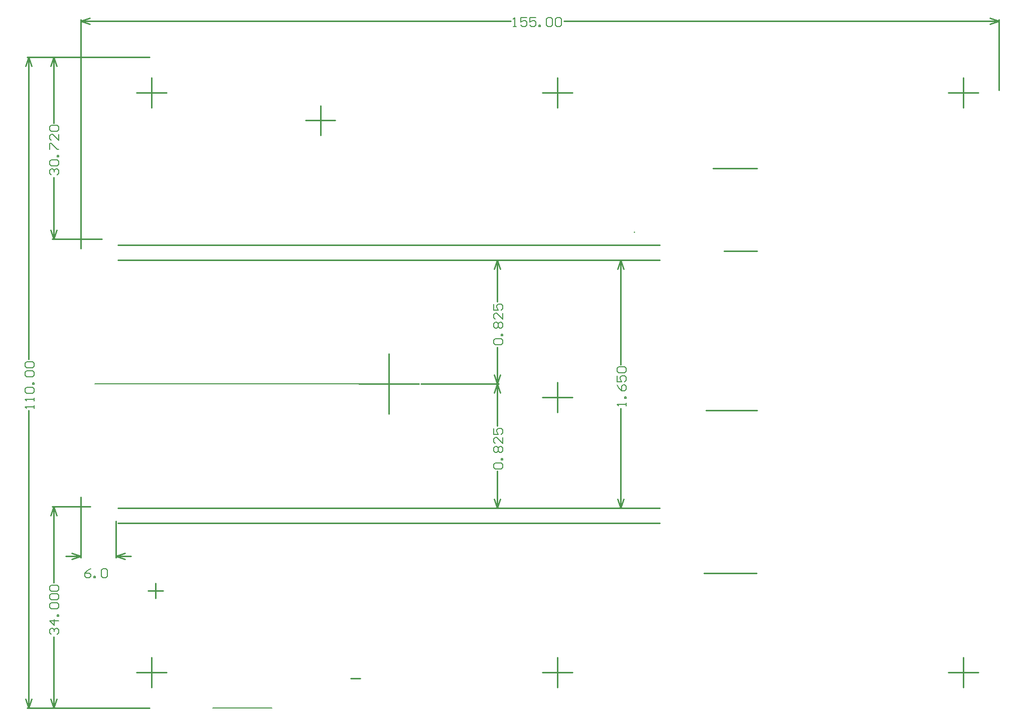
<source format=gm1>
G04*
G04 #@! TF.GenerationSoftware,Altium Limited,Altium Designer,20.0.13 (296)*
G04*
G04 Layer_Color=16711935*
%FSLAX25Y25*%
%MOIN*%
G70*
G01*
G75*
%ADD10C,0.01000*%
%ADD18C,0.00500*%
%ADD97C,0.00600*%
D10*
X-13283Y72927D02*
Y82927D01*
X-18282Y77927D02*
X-8282D01*
X243937Y409449D02*
X263937D01*
X253937Y399449D02*
Y419449D01*
X253937Y13618D02*
Y33618D01*
X243937Y23618D02*
X263937D01*
X523622Y13617D02*
Y33617D01*
X513622Y23617D02*
X533622D01*
X523622Y399449D02*
Y419449D01*
X513622Y409449D02*
X533622D01*
X243937Y206693D02*
X263937D01*
X253937Y196693D02*
Y216693D01*
X-15748Y399449D02*
Y419449D01*
X-25748Y409449D02*
X-5748D01*
X-15748Y13617D02*
Y33617D01*
X-25748Y23617D02*
X-5748D01*
X96457Y381110D02*
Y390953D01*
X86614D02*
X96457D01*
Y400795D01*
Y390953D02*
X106299D01*
X-38058Y122996D02*
X321942D01*
X-38058Y307996D02*
X321942D01*
X-38058Y132996D02*
X321942D01*
X304842Y316596D02*
X304942Y316696D01*
X-38058Y297996D02*
X321942D01*
X141942Y195496D02*
Y235496D01*
X121942Y215496D02*
X161942D01*
X351099Y89496D02*
X386099D01*
X116542Y19496D02*
X122842D01*
X352599Y197996D02*
X386599D01*
X357099Y358996D02*
X386599D01*
X364599Y303996D02*
X386599D01*
X-81000Y133858D02*
X-79000Y127858D01*
X-83000D02*
X-81000Y133858D01*
X-83000Y6000D02*
X-81000Y0D01*
X-79000Y6000D01*
X-81000Y83424D02*
Y133858D01*
Y0D02*
Y47234D01*
X-82000Y133858D02*
X-56618D01*
X-82000Y0D02*
X-17248D01*
X-81000Y433071D02*
X-79000Y427071D01*
X-83000D02*
X-81000Y433071D01*
X-83000Y318126D02*
X-81000Y312126D01*
X-79000Y318126D01*
X-81000Y389093D02*
Y433071D01*
Y312126D02*
Y352904D01*
X-82000Y433071D02*
X-63992D01*
X-82000Y312126D02*
X-48744D01*
X-68992Y99000D02*
X-62992Y101000D01*
X-68992Y103000D02*
X-62992Y101000D01*
X-39370D02*
X-33370Y103000D01*
X-39370Y101000D02*
X-33370Y99000D01*
X-72992Y101000D02*
X-62992D01*
X-39370D02*
X-29370D01*
X-39370Y100000D02*
Y124484D01*
X-62992Y100000D02*
Y140232D01*
X213942Y215496D02*
X215942Y209496D01*
X211942D02*
X213942Y215496D01*
X211942Y138996D02*
X213942Y132996D01*
X215942Y138996D01*
X213942Y187742D02*
Y215496D01*
Y132996D02*
Y157550D01*
X163060Y215496D02*
X214942D01*
X212942Y132996D02*
X314942D01*
X211942Y221496D02*
X213942Y215496D01*
X215942Y221496D01*
X213942Y297996D02*
X215942Y291996D01*
X211942D02*
X213942Y297996D01*
Y215496D02*
Y240050D01*
Y270242D02*
Y297996D01*
X163060Y215496D02*
X214942D01*
X212942Y297996D02*
X314942D01*
X295942D02*
X297942Y291996D01*
X293942D02*
X295942Y297996D01*
X293942Y138996D02*
X295942Y132996D01*
X297942Y138996D01*
X295942Y228492D02*
Y297996D01*
Y132996D02*
Y199300D01*
X294942Y297996D02*
X314942D01*
X294942Y132996D02*
X314942D01*
X-62992Y457000D02*
X-56992Y459000D01*
X-62992Y457000D02*
X-56992Y455000D01*
X541244D02*
X547244Y457000D01*
X541244Y459000D02*
X547244Y457000D01*
X-62992D02*
X222931D01*
X258121D02*
X547244D01*
X-62992Y305752D02*
Y458000D01*
X547244Y410949D02*
Y458000D01*
X-97600Y433071D02*
X-95600Y427071D01*
X-99600D02*
X-97600Y433071D01*
X-99600Y6000D02*
X-97600Y0D01*
X-95600Y6000D01*
X-97600Y232030D02*
Y433071D01*
Y0D02*
Y197840D01*
X-98600Y433071D02*
X-17248D01*
X-98600Y0D02*
X-17248D01*
D18*
X24803D02*
X64173D01*
D97*
X-53558Y215496D02*
X121942D01*
X-82399Y48834D02*
X-83399Y49834D01*
Y51833D01*
X-82399Y52833D01*
X-81400D01*
X-80400Y51833D01*
Y50834D01*
Y51833D01*
X-79400Y52833D01*
X-78401D01*
X-77401Y51833D01*
Y49834D01*
X-78401Y48834D01*
X-77401Y57832D02*
X-83399D01*
X-80400Y54833D01*
Y58831D01*
X-77401Y60831D02*
X-78401D01*
Y61830D01*
X-77401D01*
Y60831D01*
X-82399Y65829D02*
X-83399Y66829D01*
Y68828D01*
X-82399Y69828D01*
X-78401D01*
X-77401Y68828D01*
Y66829D01*
X-78401Y65829D01*
X-82399D01*
Y71827D02*
X-83399Y72827D01*
Y74826D01*
X-82399Y75826D01*
X-78401D01*
X-77401Y74826D01*
Y72827D01*
X-78401Y71827D01*
X-82399D01*
Y77825D02*
X-83399Y78825D01*
Y80824D01*
X-82399Y81824D01*
X-78401D01*
X-77401Y80824D01*
Y78825D01*
X-78401Y77825D01*
X-82399D01*
Y354504D02*
X-83399Y355503D01*
Y357503D01*
X-82399Y358503D01*
X-81400D01*
X-80400Y357503D01*
Y356503D01*
Y357503D01*
X-79400Y358503D01*
X-78401D01*
X-77401Y357503D01*
Y355503D01*
X-78401Y354504D01*
X-82399Y360502D02*
X-83399Y361502D01*
Y363501D01*
X-82399Y364500D01*
X-78401D01*
X-77401Y363501D01*
Y361502D01*
X-78401Y360502D01*
X-82399D01*
X-77401Y366500D02*
X-78401D01*
Y367499D01*
X-77401D01*
Y366500D01*
X-83399Y371498D02*
Y375497D01*
X-82399D01*
X-78401Y371498D01*
X-77401D01*
Y381495D02*
Y377496D01*
X-81400Y381495D01*
X-82399D01*
X-83399Y380495D01*
Y378496D01*
X-82399Y377496D01*
Y383494D02*
X-83399Y384494D01*
Y386493D01*
X-82399Y387493D01*
X-78401D01*
X-77401Y386493D01*
Y384494D01*
X-78401Y383494D01*
X-82399D01*
X-56280Y92602D02*
X-58279Y91602D01*
X-60279Y89603D01*
Y87604D01*
X-59279Y86604D01*
X-57280D01*
X-56280Y87604D01*
Y88603D01*
X-57280Y89603D01*
X-60279D01*
X-54281Y86604D02*
Y87604D01*
X-53281D01*
Y86604D01*
X-54281D01*
X-49282Y91602D02*
X-48283Y92602D01*
X-46283D01*
X-45283Y91602D01*
Y87604D01*
X-46283Y86604D01*
X-48283D01*
X-49282Y87604D01*
Y91602D01*
X212542Y159150D02*
X211543Y160150D01*
Y162149D01*
X212542Y163149D01*
X216541D01*
X217541Y162149D01*
Y160150D01*
X216541Y159150D01*
X212542D01*
X217541Y165148D02*
X216541D01*
Y166148D01*
X217541D01*
Y165148D01*
X212542Y170147D02*
X211543Y171147D01*
Y173146D01*
X212542Y174145D01*
X213542D01*
X214542Y173146D01*
X215541Y174145D01*
X216541D01*
X217541Y173146D01*
Y171147D01*
X216541Y170147D01*
X215541D01*
X214542Y171147D01*
X213542Y170147D01*
X212542D01*
X214542Y171147D02*
Y173146D01*
X217541Y180144D02*
Y176145D01*
X213542Y180144D01*
X212542D01*
X211543Y179144D01*
Y177145D01*
X212542Y176145D01*
X211543Y186142D02*
Y182143D01*
X214542D01*
X213542Y184142D01*
Y185142D01*
X214542Y186142D01*
X216541D01*
X217541Y185142D01*
Y183143D01*
X216541Y182143D01*
X212542Y241650D02*
X211543Y242650D01*
Y244649D01*
X212542Y245649D01*
X216541D01*
X217541Y244649D01*
Y242650D01*
X216541Y241650D01*
X212542D01*
X217541Y247648D02*
X216541D01*
Y248648D01*
X217541D01*
Y247648D01*
X212542Y252647D02*
X211543Y253646D01*
Y255646D01*
X212542Y256645D01*
X213542D01*
X214542Y255646D01*
X215541Y256645D01*
X216541D01*
X217541Y255646D01*
Y253646D01*
X216541Y252647D01*
X215541D01*
X214542Y253646D01*
X213542Y252647D01*
X212542D01*
X214542Y253646D02*
Y255646D01*
X217541Y262644D02*
Y258645D01*
X213542Y262644D01*
X212542D01*
X211543Y261644D01*
Y259645D01*
X212542Y258645D01*
X211543Y268642D02*
Y264643D01*
X214542D01*
X213542Y266642D01*
Y267642D01*
X214542Y268642D01*
X216541D01*
X217541Y267642D01*
Y265643D01*
X216541Y264643D01*
X299541Y200900D02*
Y202900D01*
Y201900D01*
X293543D01*
X294542Y200900D01*
X299541Y205899D02*
X298541D01*
Y206898D01*
X299541D01*
Y205899D01*
X293543Y214896D02*
X294542Y212896D01*
X296542Y210897D01*
X298541D01*
X299541Y211897D01*
Y213896D01*
X298541Y214896D01*
X297541D01*
X296542Y213896D01*
Y210897D01*
X293543Y220894D02*
Y216895D01*
X296542D01*
X295542Y218894D01*
Y219894D01*
X296542Y220894D01*
X298541D01*
X299541Y219894D01*
Y217895D01*
X298541Y216895D01*
X294542Y222893D02*
X293543Y223893D01*
Y225892D01*
X294542Y226892D01*
X298541D01*
X299541Y225892D01*
Y223893D01*
X298541Y222893D01*
X294542D01*
X224531Y453401D02*
X226531D01*
X225531D01*
Y459399D01*
X224531Y458399D01*
X233528Y459399D02*
X229530D01*
Y456400D01*
X231529Y457400D01*
X232528D01*
X233528Y456400D01*
Y454401D01*
X232528Y453401D01*
X230529D01*
X229530Y454401D01*
X239526Y459399D02*
X235528D01*
Y456400D01*
X237527Y457400D01*
X238527D01*
X239526Y456400D01*
Y454401D01*
X238527Y453401D01*
X236527D01*
X235528Y454401D01*
X241526Y453401D02*
Y454401D01*
X242525D01*
Y453401D01*
X241526D01*
X246524Y458399D02*
X247524Y459399D01*
X249523D01*
X250523Y458399D01*
Y454401D01*
X249523Y453401D01*
X247524D01*
X246524Y454401D01*
Y458399D01*
X252522D02*
X253522Y459399D01*
X255521D01*
X256521Y458399D01*
Y454401D01*
X255521Y453401D01*
X253522D01*
X252522Y454401D01*
Y458399D01*
X-94001Y199441D02*
Y201440D01*
Y200440D01*
X-99999D01*
X-98999Y199441D01*
X-94001Y204439D02*
Y206438D01*
Y205438D01*
X-99999D01*
X-98999Y204439D01*
Y209437D02*
X-99999Y210437D01*
Y212436D01*
X-98999Y213436D01*
X-95001D01*
X-94001Y212436D01*
Y210437D01*
X-95001Y209437D01*
X-98999D01*
X-94001Y215435D02*
X-95001D01*
Y216435D01*
X-94001D01*
Y215435D01*
X-98999Y220434D02*
X-99999Y221433D01*
Y223433D01*
X-98999Y224432D01*
X-95001D01*
X-94001Y223433D01*
Y221433D01*
X-95001Y220434D01*
X-98999D01*
Y226432D02*
X-99999Y227431D01*
Y229431D01*
X-98999Y230430D01*
X-95001D01*
X-94001Y229431D01*
Y227431D01*
X-95001Y226432D01*
X-98999D01*
M02*

</source>
